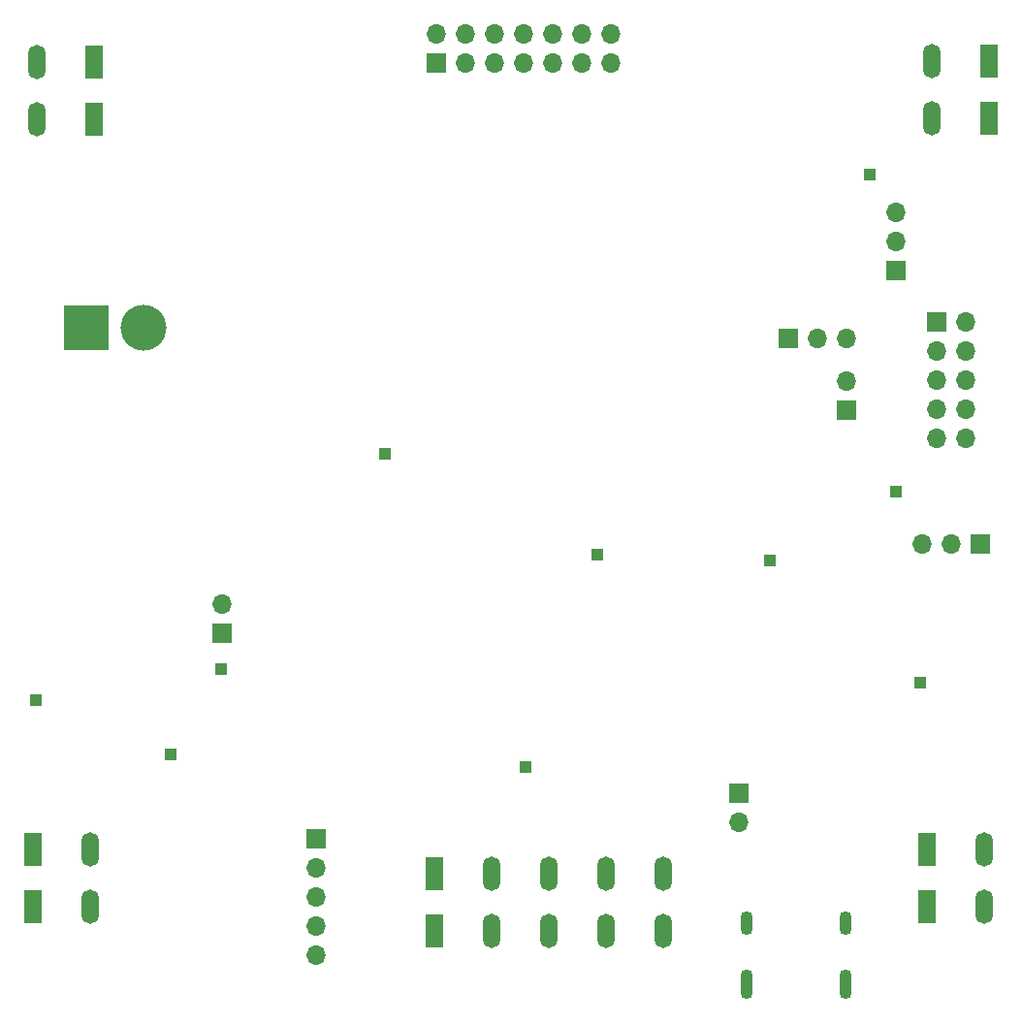
<source format=gbr>
%TF.GenerationSoftware,KiCad,Pcbnew,7.0.8*%
%TF.CreationDate,2024-04-05T12:05:25+02:00*%
%TF.ProjectId,menelaos-rev-4,6d656e65-6c61-46f7-932d-7265762d342e,rev?*%
%TF.SameCoordinates,Original*%
%TF.FileFunction,Soldermask,Bot*%
%TF.FilePolarity,Negative*%
%FSLAX46Y46*%
G04 Gerber Fmt 4.6, Leading zero omitted, Abs format (unit mm)*
G04 Created by KiCad (PCBNEW 7.0.8) date 2024-04-05 12:05:25*
%MOMM*%
%LPD*%
G01*
G04 APERTURE LIST*
%ADD10R,1.500000X3.000000*%
%ADD11O,1.500000X3.000000*%
%ADD12R,1.700000X1.700000*%
%ADD13O,1.700000X1.700000*%
%ADD14R,1.000000X1.000000*%
%ADD15R,4.000000X4.000000*%
%ADD16C,4.000000*%
%ADD17O,1.100000X2.100000*%
%ADD18O,1.100000X2.600000*%
G04 APERTURE END LIST*
D10*
%TO.C,J501*%
X227200000Y-127250000D03*
X227200000Y-132250000D03*
D11*
X232200000Y-127250000D03*
X232200000Y-132250000D03*
X237200000Y-127250000D03*
X237200000Y-132250000D03*
X242200000Y-127250000D03*
X242200000Y-132250000D03*
X247200000Y-127250000D03*
X247200000Y-132250000D03*
%TD*%
D10*
%TO.C,J201*%
X192150000Y-125150000D03*
X192150000Y-130150000D03*
D11*
X197150000Y-125150000D03*
X197150000Y-130150000D03*
%TD*%
D12*
%TO.C,J401*%
X267500000Y-74600000D03*
D13*
X267500000Y-72060000D03*
X267500000Y-69520000D03*
%TD*%
D10*
%TO.C,J601*%
X197500000Y-61400000D03*
X197500000Y-56400000D03*
D11*
X192500000Y-61400000D03*
X192500000Y-56400000D03*
%TD*%
D12*
%TO.C,J402*%
X227375000Y-56525000D03*
D13*
X229915000Y-56525000D03*
X232455000Y-56525000D03*
X234995000Y-56525000D03*
X237535000Y-56525000D03*
X240075000Y-56525000D03*
X242615000Y-56525000D03*
X242615000Y-53985000D03*
X240075000Y-53985000D03*
X237535000Y-53985000D03*
X234995000Y-53985000D03*
X232455000Y-53985000D03*
X229915000Y-53985000D03*
X227375000Y-53985000D03*
%TD*%
D14*
%TO.C,TP303*%
X269600000Y-110600000D03*
%TD*%
%TO.C,TP401*%
X265200000Y-66200000D03*
%TD*%
D12*
%TO.C,J301*%
X271050000Y-79120000D03*
D13*
X273590000Y-79120000D03*
X271050000Y-81660000D03*
X273590000Y-81660000D03*
X271050000Y-84200000D03*
X273590000Y-84200000D03*
X271050000Y-86740000D03*
X273590000Y-86740000D03*
X271050000Y-89280000D03*
X273590000Y-89280000D03*
%TD*%
D14*
%TO.C,TP206*%
X222900000Y-90600000D03*
%TD*%
%TO.C,TP203*%
X208600000Y-109400000D03*
%TD*%
D12*
%TO.C,J303*%
X216900000Y-124200000D03*
D13*
X216900000Y-126740000D03*
X216900000Y-129280000D03*
X216900000Y-131820000D03*
X216900000Y-134360000D03*
%TD*%
D12*
%TO.C,JP201*%
X208700000Y-106275000D03*
D13*
X208700000Y-103735000D03*
%TD*%
D12*
%TO.C,JP304*%
X258120000Y-80510000D03*
D13*
X260660000Y-80510000D03*
X263200000Y-80510000D03*
%TD*%
D12*
%TO.C,JP303*%
X263180000Y-86840000D03*
D13*
X263180000Y-84300000D03*
%TD*%
D14*
%TO.C,TP301*%
X267500000Y-93900000D03*
%TD*%
%TO.C,TP202*%
X192400000Y-112100000D03*
%TD*%
%TO.C,TP205*%
X241400000Y-99400000D03*
%TD*%
%TO.C,TP302*%
X256500000Y-99900000D03*
%TD*%
D10*
%TO.C,J602*%
X270250000Y-125150000D03*
X270250000Y-130150000D03*
D11*
X275250000Y-125150000D03*
X275250000Y-130150000D03*
%TD*%
D14*
%TO.C,TP204*%
X235200000Y-118000000D03*
%TD*%
D10*
%TO.C,J603*%
X275650000Y-61300000D03*
X275650000Y-56300000D03*
D11*
X270650000Y-61300000D03*
X270650000Y-56300000D03*
%TD*%
D12*
%TO.C,JP301*%
X274840000Y-98500000D03*
D13*
X272300000Y-98500000D03*
X269760000Y-98500000D03*
%TD*%
D15*
%TO.C,C211*%
X196772169Y-79570000D03*
D16*
X201772169Y-79570000D03*
%TD*%
D12*
%TO.C,JP302*%
X253750000Y-120250000D03*
D13*
X253750000Y-122790000D03*
%TD*%
D17*
%TO.C,J302*%
X254430000Y-131610000D03*
D18*
X254430000Y-136970000D03*
D17*
X263070000Y-131610000D03*
D18*
X263070000Y-136970000D03*
%TD*%
D14*
%TO.C,TP201*%
X204200000Y-116900000D03*
%TD*%
M02*

</source>
